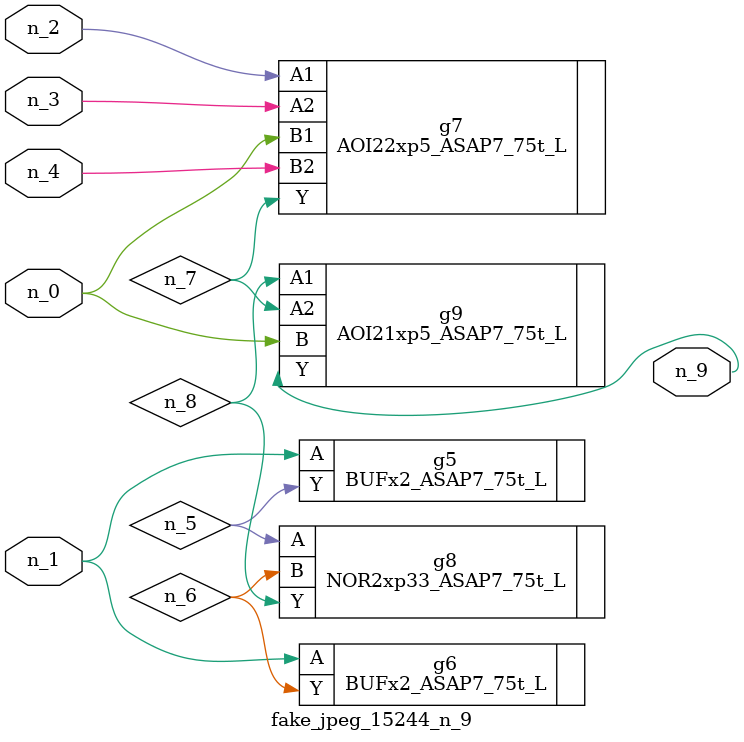
<source format=v>
module fake_jpeg_15244_n_9 (n_3, n_2, n_1, n_0, n_4, n_9);

input n_3;
input n_2;
input n_1;
input n_0;
input n_4;

output n_9;

wire n_8;
wire n_6;
wire n_5;
wire n_7;

BUFx2_ASAP7_75t_L g5 ( 
.A(n_1),
.Y(n_5)
);

BUFx2_ASAP7_75t_L g6 ( 
.A(n_1),
.Y(n_6)
);

AOI22xp5_ASAP7_75t_L g7 ( 
.A1(n_2),
.A2(n_3),
.B1(n_0),
.B2(n_4),
.Y(n_7)
);

NOR2xp33_ASAP7_75t_L g8 ( 
.A(n_5),
.B(n_6),
.Y(n_8)
);

AOI21xp5_ASAP7_75t_L g9 ( 
.A1(n_8),
.A2(n_7),
.B(n_0),
.Y(n_9)
);


endmodule
</source>
